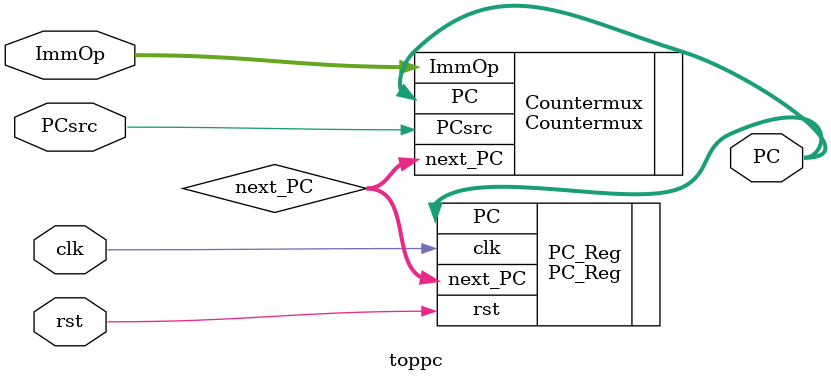
<source format=sv>
module toppc (          
  input logic  [31:0]      ImmOp,
  input logic              rst,   
  input logic              PCsrc,
  input logic              clk,
  output logic  [31:0]     PC
);

  logic  [31:0]        next_PC;    

Countermux Countermux ( 
  .PC (PC),
  .ImmOp (ImmOp),
  .next_PC (next_PC),
  .PCsrc (PCsrc)
);

PC_Reg  PC_Reg( 
  .rst (rst),
  .next_PC (next_PC),
  .clk (clk),
  .PC (PC)
);

endmodule


</source>
